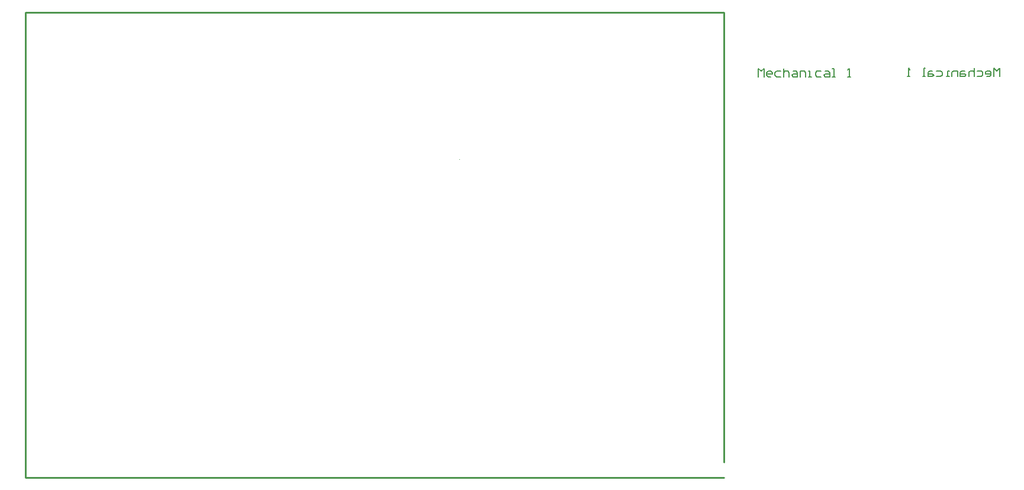
<source format=gm1>
G04*
G04 #@! TF.GenerationSoftware,Altium Limited,Altium Designer,24.3.1 (35)*
G04*
G04 Layer_Color=16711935*
%FSLAX44Y44*%
%MOMM*%
G71*
G04*
G04 #@! TF.SameCoordinates,885966B7-28A3-4526-A6DD-9B270D9DF584*
G04*
G04*
G04 #@! TF.FilePolarity,Positive*
G04*
G01*
G75*
%ADD11C,0.1500*%
%ADD12C,0.2540*%
%ADD13C,0.0500*%
D11*
X1393500Y573500D02*
Y585496D01*
X1389501Y581498D01*
X1385502Y585496D01*
Y573500D01*
X1375506D02*
X1379504D01*
X1381504Y575499D01*
Y579498D01*
X1379504Y581498D01*
X1375506D01*
X1373506Y579498D01*
Y577499D01*
X1381504D01*
X1361510Y581498D02*
X1367508D01*
X1369508Y579498D01*
Y575499D01*
X1367508Y573500D01*
X1361510D01*
X1357511Y585496D02*
Y573500D01*
Y579498D01*
X1355512Y581498D01*
X1351513D01*
X1349514Y579498D01*
Y573500D01*
X1343516Y581498D02*
X1339517D01*
X1337518Y579498D01*
Y573500D01*
X1343516D01*
X1345515Y575499D01*
X1343516Y577499D01*
X1337518D01*
X1333519Y573500D02*
Y581498D01*
X1327521D01*
X1325522Y579498D01*
Y573500D01*
X1321523D02*
X1317524D01*
X1319524D01*
Y581498D01*
X1321523D01*
X1303529D02*
X1309527D01*
X1311526Y579498D01*
Y575499D01*
X1309527Y573500D01*
X1303529D01*
X1297531Y581498D02*
X1293532D01*
X1291533Y579498D01*
Y573500D01*
X1297531D01*
X1299530Y575499D01*
X1297531Y577499D01*
X1291533D01*
X1287534Y573500D02*
X1283535D01*
X1285535D01*
Y585496D01*
X1287534D01*
X1265541Y573500D02*
X1261543D01*
X1263542D01*
Y585496D01*
X1265541Y583497D01*
X1048500Y573250D02*
Y585246D01*
X1052498Y581248D01*
X1056497Y585246D01*
Y573250D01*
X1066494D02*
X1062495D01*
X1060496Y575249D01*
Y579248D01*
X1062495Y581248D01*
X1066494D01*
X1068493Y579248D01*
Y577249D01*
X1060496D01*
X1080490Y581248D02*
X1074491D01*
X1072492Y579248D01*
Y575249D01*
X1074491Y573250D01*
X1080490D01*
X1084488Y585246D02*
Y573250D01*
Y579248D01*
X1086488Y581248D01*
X1090486D01*
X1092486Y579248D01*
Y573250D01*
X1098484Y581248D02*
X1102482D01*
X1104482Y579248D01*
Y573250D01*
X1098484D01*
X1096484Y575249D01*
X1098484Y577249D01*
X1104482D01*
X1108480Y573250D02*
Y581248D01*
X1114479D01*
X1116478Y579248D01*
Y573250D01*
X1120477D02*
X1124475D01*
X1122476D01*
Y581248D01*
X1120477D01*
X1138471D02*
X1132473D01*
X1130473Y579248D01*
Y575249D01*
X1132473Y573250D01*
X1138471D01*
X1144469Y581248D02*
X1148467D01*
X1150467Y579248D01*
Y573250D01*
X1144469D01*
X1142469Y575249D01*
X1144469Y577249D01*
X1150467D01*
X1154465Y573250D02*
X1158464D01*
X1156465D01*
Y585246D01*
X1154465D01*
X1176458Y573250D02*
X1180457D01*
X1178458D01*
Y585246D01*
X1176458Y583247D01*
X1393500Y573500D02*
Y585496D01*
X1389501Y581498D01*
X1385502Y585496D01*
Y573500D01*
X1375506D02*
X1379504D01*
X1381504Y575499D01*
Y579498D01*
X1379504Y581498D01*
X1375506D01*
X1373506Y579498D01*
Y577499D01*
X1381504D01*
X1361510Y581498D02*
X1367508D01*
X1369508Y579498D01*
Y575499D01*
X1367508Y573500D01*
X1361510D01*
X1357511Y585496D02*
Y573500D01*
Y579498D01*
X1355512Y581498D01*
X1351513D01*
X1349514Y579498D01*
Y573500D01*
X1343516Y581498D02*
X1339517D01*
X1337518Y579498D01*
Y573500D01*
X1343516D01*
X1345515Y575499D01*
X1343516Y577499D01*
X1337518D01*
X1333519Y573500D02*
Y581498D01*
X1327521D01*
X1325522Y579498D01*
Y573500D01*
X1321523D02*
X1317524D01*
X1319524D01*
Y581498D01*
X1321523D01*
X1303529D02*
X1309527D01*
X1311526Y579498D01*
Y575499D01*
X1309527Y573500D01*
X1303529D01*
X1297531Y581498D02*
X1293532D01*
X1291533Y579498D01*
Y573500D01*
X1297531D01*
X1299530Y575499D01*
X1297531Y577499D01*
X1291533D01*
X1287534Y573500D02*
X1283535D01*
X1285535D01*
Y585496D01*
X1287534D01*
X1265541Y573500D02*
X1261543D01*
X1263542D01*
Y585496D01*
X1265541Y583497D01*
X1048500Y573250D02*
Y585246D01*
X1052498Y581248D01*
X1056497Y585246D01*
Y573250D01*
X1066494D02*
X1062495D01*
X1060496Y575249D01*
Y579248D01*
X1062495Y581248D01*
X1066494D01*
X1068493Y579248D01*
Y577249D01*
X1060496D01*
X1080490Y581248D02*
X1074491D01*
X1072492Y579248D01*
Y575249D01*
X1074491Y573250D01*
X1080490D01*
X1084488Y585246D02*
Y573250D01*
Y579248D01*
X1086488Y581248D01*
X1090486D01*
X1092486Y579248D01*
Y573250D01*
X1098484Y581248D02*
X1102482D01*
X1104482Y579248D01*
Y573250D01*
X1098484D01*
X1096484Y575249D01*
X1098484Y577249D01*
X1104482D01*
X1108480Y573250D02*
Y581248D01*
X1114479D01*
X1116478Y579248D01*
Y573250D01*
X1120477D02*
X1124475D01*
X1122476D01*
Y581248D01*
X1120477D01*
X1138471D02*
X1132473D01*
X1130473Y579248D01*
Y575249D01*
X1132473Y573250D01*
X1138471D01*
X1144469Y581248D02*
X1148467D01*
X1150467Y579248D01*
Y573250D01*
X1144469D01*
X1142469Y575249D01*
X1144469Y577249D01*
X1150467D01*
X1154465Y573250D02*
X1158464D01*
X1156465D01*
Y585246D01*
X1154465D01*
X1176458Y573250D02*
X1180457D01*
X1178458D01*
Y585246D01*
X1176458Y583247D01*
D12*
X0Y0D02*
Y665000D01*
X80000D01*
X999600D01*
X0Y0D02*
X999600D01*
X999600Y665000D02*
X999600Y22000D01*
X0Y0D02*
Y665000D01*
X80000D01*
X999600D01*
X0Y0D02*
X999600D01*
X999600Y665000D02*
X999600Y22000D01*
D13*
X620750Y455150D02*
X620750Y455150D01*
X620750D02*
X620750Y455150D01*
Y455150D02*
X620750Y455150D01*
X620750D02*
X620750Y455150D01*
M02*

</source>
